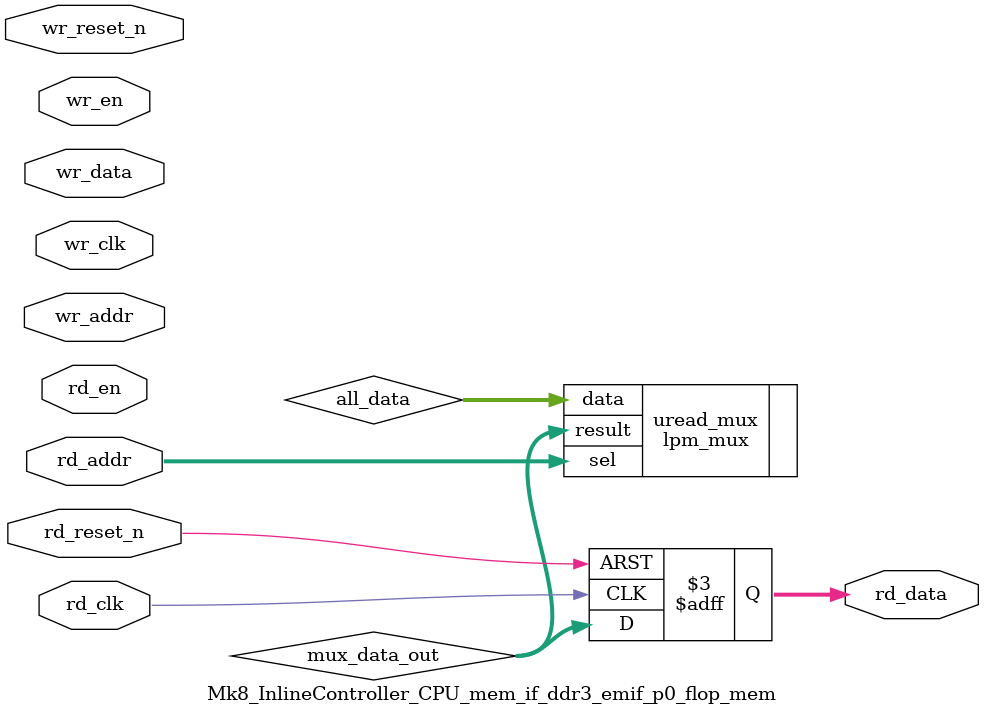
<source format=v>



`timescale 1 ps / 1 ps

(* altera_attribute = "-name ALLOW_SYNCH_CTRL_USAGE ON;-name AUTO_CLOCK_ENABLE_RECOGNITION ON" *)
module Mk8_InlineController_CPU_mem_if_ddr3_emif_p0_flop_mem(
	wr_reset_n,
	wr_clk,
	wr_en,
	wr_addr,
	wr_data,
	rd_reset_n,
	rd_clk,
	rd_en,
	rd_addr,
	rd_data
);

parameter WRITE_MEM_DEPTH	= "";
parameter WRITE_ADDR_WIDTH	= "";
parameter WRITE_DATA_WIDTH	= "";
parameter READ_MEM_DEPTH	= "";
parameter READ_ADDR_WIDTH	= "";		 
parameter READ_DATA_WIDTH	= "";


input	wr_reset_n;
input	wr_clk;
input	wr_en;
input	[WRITE_ADDR_WIDTH-1:0] wr_addr;
input	[WRITE_DATA_WIDTH-1:0] wr_data;
input	rd_reset_n;
input	rd_clk;
input	rd_en;
input	[READ_ADDR_WIDTH-1:0] rd_addr;
output	[READ_DATA_WIDTH-1:0] rd_data;



wire	[WRITE_DATA_WIDTH*WRITE_MEM_DEPTH-1:0] all_data;
wire	[READ_DATA_WIDTH-1:0] mux_data_out;



// declare a memory with WRITE_MEM_DEPTH entries
// each entry contains a data size of WRITE_DATA_WIDTH
reg	[WRITE_DATA_WIDTH-1:0] data_stored [0:WRITE_MEM_DEPTH-1] /* synthesis syn_preserve = 1 */;
reg	[READ_DATA_WIDTH-1:0] rd_data;

generate
genvar entry;
	for (entry=0; entry < WRITE_MEM_DEPTH; entry=entry+1)
	begin: mem_location
		assign all_data[(WRITE_DATA_WIDTH*(entry+1)-1) : (WRITE_DATA_WIDTH*entry)] = data_stored[entry]; 
		
		always @(posedge wr_clk or negedge wr_reset_n)
		begin
			if (~wr_reset_n) begin
				data_stored[entry] <= {WRITE_DATA_WIDTH{1'b0}};
			end else begin
				if (wr_en) begin
					if (entry == wr_addr) begin
						data_stored[entry] <= wr_data;
					end
				end
			end
		end		
	end
endgenerate

// mux to select the correct output data based on read address
lpm_mux	uread_mux(
	.sel (rd_addr),
	.data (all_data),
	.result (mux_data_out)
	// synopsys translate_off
	,
	.aclr (),
	.clken (),
	.clock ()
	// synopsys translate_on
	);
 defparam uread_mux.lpm_size = READ_MEM_DEPTH;
 defparam uread_mux.lpm_type = "LPM_MUX";
 defparam uread_mux.lpm_width = READ_DATA_WIDTH;
 defparam uread_mux.lpm_widths = READ_ADDR_WIDTH;

always @(posedge rd_clk or negedge rd_reset_n)	
begin
	if (~rd_reset_n) begin
		rd_data <= {READ_DATA_WIDTH{1'b0}};
	end else begin
		rd_data <= mux_data_out;
	end
end

endmodule

</source>
